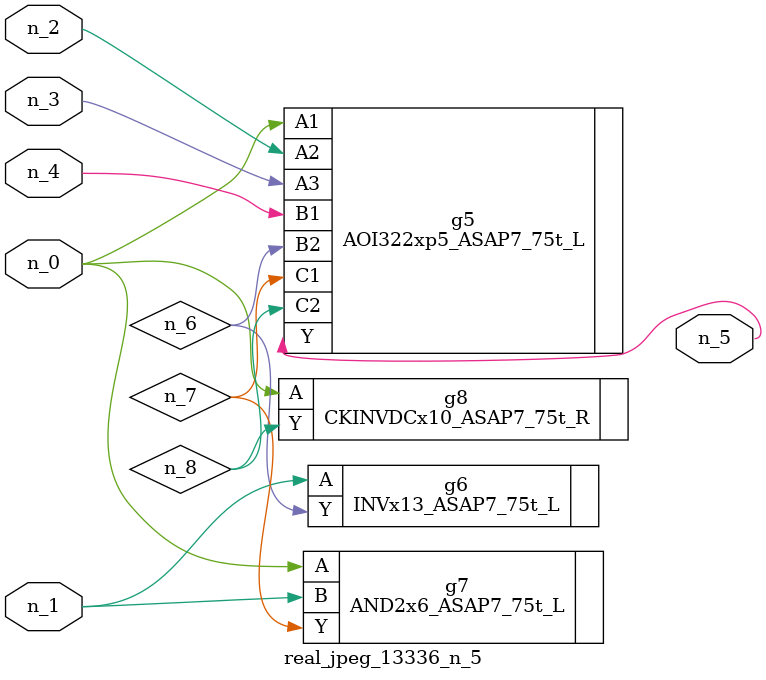
<source format=v>
module real_jpeg_13336_n_5 (n_4, n_0, n_1, n_2, n_3, n_5);

input n_4;
input n_0;
input n_1;
input n_2;
input n_3;

output n_5;

wire n_8;
wire n_6;
wire n_7;

AOI322xp5_ASAP7_75t_L g5 ( 
.A1(n_0),
.A2(n_2),
.A3(n_3),
.B1(n_4),
.B2(n_6),
.C1(n_7),
.C2(n_8),
.Y(n_5)
);

AND2x6_ASAP7_75t_L g7 ( 
.A(n_0),
.B(n_1),
.Y(n_7)
);

CKINVDCx10_ASAP7_75t_R g8 ( 
.A(n_0),
.Y(n_8)
);

INVx13_ASAP7_75t_L g6 ( 
.A(n_1),
.Y(n_6)
);


endmodule
</source>
